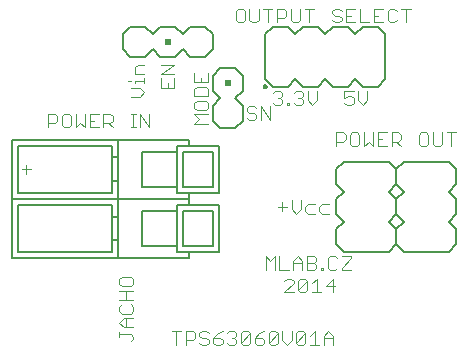
<source format=gbr>
G75*
G70*
%OFA0B0*%
%FSLAX24Y24*%
%IPPOS*%
%LPD*%
%AMOC8*
5,1,8,0,0,1.08239X$1,22.5*
%
%ADD10C,0.0040*%
%ADD11C,0.0060*%
%ADD12R,0.0200X0.0200*%
%ADD13C,0.0050*%
D10*
X004180Y001333D02*
X004180Y001487D01*
X004180Y001410D02*
X004563Y001410D01*
X004640Y001333D01*
X004640Y001257D01*
X004563Y001180D01*
X004640Y001640D02*
X004333Y001640D01*
X004180Y001794D01*
X004333Y001947D01*
X004640Y001947D01*
X004563Y002101D02*
X004256Y002101D01*
X004180Y002178D01*
X004180Y002331D01*
X004256Y002408D01*
X004180Y002561D02*
X004640Y002561D01*
X004563Y002408D02*
X004640Y002331D01*
X004640Y002178D01*
X004563Y002101D01*
X004410Y001947D02*
X004410Y001640D01*
X004410Y002561D02*
X004410Y002868D01*
X004256Y003022D02*
X004563Y003022D01*
X004640Y003098D01*
X004640Y003252D01*
X004563Y003328D01*
X004256Y003328D01*
X004180Y003252D01*
X004180Y003098D01*
X004256Y003022D01*
X004180Y002868D02*
X004640Y002868D01*
X005930Y001515D02*
X006237Y001515D01*
X006390Y001515D02*
X006621Y001515D01*
X006697Y001439D01*
X006697Y001285D01*
X006621Y001208D01*
X006390Y001208D01*
X006390Y001055D02*
X006390Y001515D01*
X006083Y001515D02*
X006083Y001055D01*
X006851Y001132D02*
X006928Y001055D01*
X007081Y001055D01*
X007158Y001132D01*
X007158Y001208D01*
X007081Y001285D01*
X006928Y001285D01*
X006851Y001362D01*
X006851Y001439D01*
X006928Y001515D01*
X007081Y001515D01*
X007158Y001439D01*
X007311Y001285D02*
X007541Y001285D01*
X007618Y001208D01*
X007618Y001132D01*
X007541Y001055D01*
X007388Y001055D01*
X007311Y001132D01*
X007311Y001285D01*
X007465Y001439D01*
X007618Y001515D01*
X007772Y001439D02*
X007848Y001515D01*
X008002Y001515D01*
X008078Y001439D01*
X008078Y001362D01*
X008002Y001285D01*
X008078Y001208D01*
X008078Y001132D01*
X008002Y001055D01*
X007848Y001055D01*
X007772Y001132D01*
X007925Y001285D02*
X008002Y001285D01*
X008232Y001132D02*
X008539Y001439D01*
X008539Y001132D01*
X008462Y001055D01*
X008309Y001055D01*
X008232Y001132D01*
X008232Y001439D01*
X008309Y001515D01*
X008462Y001515D01*
X008539Y001439D01*
X008692Y001285D02*
X008923Y001285D01*
X008999Y001208D01*
X008999Y001132D01*
X008923Y001055D01*
X008769Y001055D01*
X008692Y001132D01*
X008692Y001285D01*
X008846Y001439D01*
X008999Y001515D01*
X009153Y001439D02*
X009229Y001515D01*
X009383Y001515D01*
X009460Y001439D01*
X009153Y001132D01*
X009229Y001055D01*
X009383Y001055D01*
X009460Y001132D01*
X009460Y001439D01*
X009613Y001515D02*
X009613Y001208D01*
X009767Y001055D01*
X009920Y001208D01*
X009920Y001515D01*
X010074Y001439D02*
X010150Y001515D01*
X010304Y001515D01*
X010380Y001439D01*
X010074Y001132D01*
X010150Y001055D01*
X010304Y001055D01*
X010380Y001132D01*
X010380Y001439D01*
X010534Y001362D02*
X010687Y001515D01*
X010687Y001055D01*
X010534Y001055D02*
X010841Y001055D01*
X010994Y001055D02*
X010994Y001362D01*
X011148Y001515D01*
X011301Y001362D01*
X011301Y001055D01*
X011301Y001285D02*
X010994Y001285D01*
X010074Y001132D02*
X010074Y001439D01*
X009153Y001439D02*
X009153Y001132D01*
X009680Y002805D02*
X009987Y003112D01*
X009987Y003189D01*
X009910Y003265D01*
X009757Y003265D01*
X009680Y003189D01*
X009822Y003555D02*
X009515Y003555D01*
X009515Y004015D01*
X009362Y004015D02*
X009208Y003862D01*
X009055Y004015D01*
X009055Y003555D01*
X009362Y003555D02*
X009362Y004015D01*
X009976Y003862D02*
X009976Y003555D01*
X010283Y003555D02*
X010283Y003862D01*
X010129Y004015D01*
X009976Y003862D01*
X009976Y003785D02*
X010283Y003785D01*
X010436Y003785D02*
X010666Y003785D01*
X010743Y003708D01*
X010743Y003632D01*
X010666Y003555D01*
X010436Y003555D01*
X010436Y004015D01*
X010666Y004015D01*
X010743Y003939D01*
X010743Y003862D01*
X010666Y003785D01*
X010897Y003632D02*
X010973Y003632D01*
X010973Y003555D01*
X010897Y003555D01*
X010897Y003632D01*
X011127Y003632D02*
X011127Y003939D01*
X011203Y004015D01*
X011357Y004015D01*
X011434Y003939D01*
X011587Y004015D02*
X011894Y004015D01*
X011894Y003939D01*
X011587Y003632D01*
X011587Y003555D01*
X011894Y003555D01*
X011434Y003632D02*
X011357Y003555D01*
X011203Y003555D01*
X011127Y003632D01*
X011291Y003265D02*
X011061Y003035D01*
X011368Y003035D01*
X011291Y002805D02*
X011291Y003265D01*
X010754Y003265D02*
X010754Y002805D01*
X010601Y002805D02*
X010908Y002805D01*
X010601Y003112D02*
X010754Y003265D01*
X010447Y003189D02*
X010447Y002882D01*
X010371Y002805D01*
X010217Y002805D01*
X010140Y002882D01*
X010447Y003189D01*
X010371Y003265D01*
X010217Y003265D01*
X010140Y003189D01*
X010140Y002882D01*
X009987Y002805D02*
X009680Y002805D01*
X010077Y005430D02*
X010231Y005583D01*
X010231Y005890D01*
X010461Y005737D02*
X010384Y005660D01*
X010384Y005507D01*
X010461Y005430D01*
X010691Y005430D01*
X010845Y005507D02*
X010845Y005660D01*
X010921Y005737D01*
X011152Y005737D01*
X011152Y005430D02*
X010921Y005430D01*
X010845Y005507D01*
X010691Y005737D02*
X010461Y005737D01*
X010077Y005430D02*
X009924Y005583D01*
X009924Y005890D01*
X009617Y005814D02*
X009617Y005507D01*
X009770Y005660D02*
X009463Y005660D01*
X011411Y007680D02*
X011411Y008140D01*
X011642Y008140D01*
X011718Y008064D01*
X011718Y007910D01*
X011642Y007833D01*
X011411Y007833D01*
X011872Y007757D02*
X011949Y007680D01*
X012102Y007680D01*
X012179Y007757D01*
X012179Y008064D01*
X012102Y008140D01*
X011949Y008140D01*
X011872Y008064D01*
X011872Y007757D01*
X012332Y007680D02*
X012332Y008140D01*
X012639Y008140D02*
X012639Y007680D01*
X012486Y007833D01*
X012332Y007680D01*
X012793Y007680D02*
X013100Y007680D01*
X013253Y007680D02*
X013253Y008140D01*
X013483Y008140D01*
X013560Y008064D01*
X013560Y007910D01*
X013483Y007833D01*
X013253Y007833D01*
X013406Y007833D02*
X013560Y007680D01*
X014174Y007757D02*
X014251Y007680D01*
X014404Y007680D01*
X014481Y007757D01*
X014481Y008064D01*
X014404Y008140D01*
X014251Y008140D01*
X014174Y008064D01*
X014174Y007757D01*
X014634Y007757D02*
X014634Y008140D01*
X014941Y008140D02*
X014941Y007757D01*
X014864Y007680D01*
X014711Y007680D01*
X014634Y007757D01*
X015095Y008140D02*
X015402Y008140D01*
X015248Y008140D02*
X015248Y007680D01*
X013100Y008140D02*
X012793Y008140D01*
X012793Y007680D01*
X012793Y007910D02*
X012946Y007910D01*
X012294Y009055D02*
X012447Y009208D01*
X012447Y009515D01*
X012140Y009515D02*
X012140Y009208D01*
X012294Y009055D01*
X011987Y009132D02*
X011910Y009055D01*
X011757Y009055D01*
X011680Y009132D01*
X011680Y009285D02*
X011833Y009362D01*
X011910Y009362D01*
X011987Y009285D01*
X011987Y009132D01*
X011680Y009285D02*
X011680Y009515D01*
X011987Y009515D01*
X010763Y009515D02*
X010763Y009208D01*
X010609Y009055D01*
X010456Y009208D01*
X010456Y009515D01*
X010303Y009439D02*
X010303Y009362D01*
X010226Y009285D01*
X010303Y009208D01*
X010303Y009132D01*
X010226Y009055D01*
X010072Y009055D01*
X009996Y009132D01*
X009842Y009132D02*
X009842Y009055D01*
X009765Y009055D01*
X009765Y009132D01*
X009842Y009132D01*
X009612Y009132D02*
X009612Y009208D01*
X009535Y009285D01*
X009458Y009285D01*
X009535Y009285D02*
X009612Y009362D01*
X009612Y009439D01*
X009535Y009515D01*
X009382Y009515D01*
X009305Y009439D01*
X009305Y009132D02*
X009382Y009055D01*
X009535Y009055D01*
X009612Y009132D01*
X010149Y009285D02*
X010226Y009285D01*
X010303Y009439D02*
X010226Y009515D01*
X010072Y009515D01*
X009996Y009439D01*
X009197Y009015D02*
X009197Y008555D01*
X008890Y009015D01*
X008890Y008555D01*
X008737Y008632D02*
X008737Y008708D01*
X008660Y008785D01*
X008507Y008785D01*
X008430Y008862D01*
X008430Y008939D01*
X008507Y009015D01*
X008660Y009015D01*
X008737Y008939D01*
X008737Y008632D02*
X008660Y008555D01*
X008507Y008555D01*
X008430Y008632D01*
X007140Y008737D02*
X006680Y008737D01*
X006833Y008583D01*
X006680Y008430D01*
X007140Y008430D01*
X007063Y008890D02*
X006756Y008890D01*
X006680Y008967D01*
X006680Y009121D01*
X006756Y009197D01*
X007063Y009197D01*
X007140Y009121D01*
X007140Y008967D01*
X007063Y008890D01*
X007140Y009351D02*
X006680Y009351D01*
X006680Y009581D01*
X006756Y009658D01*
X007063Y009658D01*
X007140Y009581D01*
X007140Y009351D01*
X007140Y009811D02*
X006680Y009811D01*
X006680Y010118D01*
X006910Y009965D02*
X006910Y009811D01*
X007140Y009811D02*
X007140Y010118D01*
X006015Y010095D02*
X005555Y010095D01*
X006015Y010402D01*
X005555Y010402D01*
X005015Y010402D02*
X004785Y010402D01*
X004708Y010325D01*
X004708Y010095D01*
X005015Y010095D01*
X005015Y009941D02*
X005015Y009788D01*
X005015Y009864D02*
X004708Y009864D01*
X004708Y009788D01*
X004555Y009864D02*
X004478Y009864D01*
X004555Y009634D02*
X004862Y009634D01*
X005015Y009481D01*
X004862Y009327D01*
X004555Y009327D01*
X004567Y008765D02*
X004721Y008765D01*
X004644Y008765D02*
X004644Y008305D01*
X004567Y008305D02*
X004721Y008305D01*
X004874Y008305D02*
X004874Y008765D01*
X005181Y008305D01*
X005181Y008765D01*
X005555Y009634D02*
X006015Y009634D01*
X006015Y009941D01*
X005785Y009788D02*
X005785Y009634D01*
X005555Y009634D02*
X005555Y009941D01*
X003953Y008689D02*
X003953Y008535D01*
X003877Y008458D01*
X003647Y008458D01*
X003647Y008305D02*
X003647Y008765D01*
X003877Y008765D01*
X003953Y008689D01*
X003800Y008458D02*
X003953Y008305D01*
X003493Y008305D02*
X003186Y008305D01*
X003186Y008765D01*
X003493Y008765D01*
X003340Y008535D02*
X003186Y008535D01*
X003033Y008305D02*
X003033Y008765D01*
X002726Y008765D02*
X002726Y008305D01*
X002879Y008458D01*
X003033Y008305D01*
X002572Y008382D02*
X002572Y008689D01*
X002496Y008765D01*
X002342Y008765D01*
X002265Y008689D01*
X002265Y008382D01*
X002342Y008305D01*
X002496Y008305D01*
X002572Y008382D01*
X002112Y008535D02*
X002035Y008458D01*
X001805Y008458D01*
X001805Y008305D02*
X001805Y008765D01*
X002035Y008765D01*
X002112Y008689D01*
X002112Y008535D01*
X001083Y007064D02*
X001083Y006757D01*
X000930Y006910D02*
X001237Y006910D01*
X008055Y011882D02*
X008132Y011805D01*
X008285Y011805D01*
X008362Y011882D01*
X008362Y012189D01*
X008285Y012265D01*
X008132Y012265D01*
X008055Y012189D01*
X008055Y011882D01*
X008515Y011882D02*
X008515Y012265D01*
X008822Y012265D02*
X008822Y011882D01*
X008746Y011805D01*
X008592Y011805D01*
X008515Y011882D01*
X008976Y012265D02*
X009283Y012265D01*
X009436Y012265D02*
X009666Y012265D01*
X009743Y012189D01*
X009743Y012035D01*
X009666Y011958D01*
X009436Y011958D01*
X009436Y011805D02*
X009436Y012265D01*
X009129Y012265D02*
X009129Y011805D01*
X009897Y011882D02*
X009973Y011805D01*
X010127Y011805D01*
X010203Y011882D01*
X010203Y012265D01*
X010357Y012265D02*
X010664Y012265D01*
X010510Y012265D02*
X010510Y011805D01*
X009897Y011882D02*
X009897Y012265D01*
X011278Y012189D02*
X011278Y012112D01*
X011354Y012035D01*
X011508Y012035D01*
X011585Y011958D01*
X011585Y011882D01*
X011508Y011805D01*
X011354Y011805D01*
X011278Y011882D01*
X011278Y012189D02*
X011354Y012265D01*
X011508Y012265D01*
X011585Y012189D01*
X011738Y012265D02*
X011738Y011805D01*
X012045Y011805D01*
X012199Y011805D02*
X012505Y011805D01*
X012659Y011805D02*
X012966Y011805D01*
X013119Y011882D02*
X013196Y011805D01*
X013350Y011805D01*
X013426Y011882D01*
X013733Y011805D02*
X013733Y012265D01*
X013580Y012265D02*
X013887Y012265D01*
X013426Y012189D02*
X013350Y012265D01*
X013196Y012265D01*
X013119Y012189D01*
X013119Y011882D01*
X012812Y012035D02*
X012659Y012035D01*
X012659Y012265D02*
X012659Y011805D01*
X012659Y012265D02*
X012966Y012265D01*
X012199Y012265D02*
X012199Y011805D01*
X011892Y012035D02*
X011738Y012035D01*
X011738Y012265D02*
X012045Y012265D01*
D11*
X012285Y011660D02*
X012035Y011410D01*
X011785Y011660D01*
X011285Y011660D01*
X011035Y011410D01*
X010785Y011660D01*
X010285Y011660D01*
X010035Y011410D01*
X009785Y011660D01*
X009285Y011660D01*
X009035Y011410D01*
X009035Y009910D01*
X009285Y009660D01*
X009785Y009660D01*
X010035Y009910D01*
X010285Y009660D01*
X010785Y009660D01*
X011035Y009910D01*
X011285Y009660D01*
X011785Y009660D01*
X012035Y009910D01*
X012285Y009660D01*
X012785Y009660D01*
X013035Y009910D01*
X013035Y011410D01*
X012785Y011660D01*
X012285Y011660D01*
X008285Y010035D02*
X008285Y009535D01*
X008035Y009285D01*
X008285Y009035D01*
X008285Y008535D01*
X008035Y008285D01*
X007535Y008285D01*
X007285Y008535D01*
X007285Y009035D01*
X007535Y009285D01*
X007285Y009535D01*
X007285Y010035D01*
X007535Y010285D01*
X008035Y010285D01*
X008285Y010035D01*
X007285Y010910D02*
X007035Y010660D01*
X006535Y010660D01*
X006285Y010910D01*
X006035Y010660D01*
X005535Y010660D01*
X005285Y010910D01*
X005035Y010660D01*
X004535Y010660D01*
X004285Y010910D01*
X004285Y011410D01*
X004535Y011660D01*
X005035Y011660D01*
X005285Y011410D01*
X005535Y011660D01*
X006035Y011660D01*
X006285Y011410D01*
X006535Y011660D01*
X007035Y011660D01*
X007285Y011410D01*
X007285Y010910D01*
X011410Y006910D02*
X011660Y007160D01*
X013160Y007160D01*
X013410Y006910D01*
X013410Y006410D01*
X013160Y006160D01*
X013410Y005910D01*
X013410Y005410D01*
X013160Y005160D01*
X013410Y004910D01*
X013410Y004410D01*
X013160Y004160D01*
X011660Y004160D01*
X011410Y004410D01*
X011410Y004910D01*
X011660Y005160D01*
X011410Y005410D01*
X011410Y005910D01*
X011660Y006160D01*
X011410Y006410D01*
X011410Y006910D01*
X013410Y006910D02*
X013410Y006410D01*
X013660Y006160D01*
X013410Y005910D01*
X013410Y005410D01*
X013660Y005160D01*
X013410Y004910D01*
X013410Y004410D01*
X013660Y004160D01*
X015160Y004160D01*
X015410Y004410D01*
X015410Y004910D01*
X015160Y005160D01*
X015410Y005410D01*
X015410Y005910D01*
X015160Y006160D01*
X015410Y006410D01*
X015410Y006910D01*
X015160Y007160D01*
X013660Y007160D01*
X013410Y006910D01*
D12*
X007785Y009785D03*
X005785Y011160D03*
D13*
X008985Y009660D02*
X008987Y009673D01*
X008992Y009686D01*
X009001Y009697D01*
X009012Y009704D01*
X009025Y009709D01*
X009038Y009710D01*
X009052Y009707D01*
X009064Y009701D01*
X009074Y009692D01*
X009081Y009680D01*
X009085Y009667D01*
X009085Y009653D01*
X009081Y009640D01*
X009074Y009628D01*
X009064Y009619D01*
X009052Y009613D01*
X009038Y009610D01*
X009025Y009611D01*
X009012Y009616D01*
X009001Y009623D01*
X008992Y009634D01*
X008987Y009647D01*
X008985Y009660D01*
X007488Y007697D02*
X006504Y007697D01*
X006504Y007894D01*
X004141Y007894D01*
X000598Y007894D01*
X000598Y005926D01*
X004141Y005926D01*
X004141Y005335D01*
X003944Y005335D01*
X003944Y004548D01*
X004141Y004548D01*
X004141Y005335D01*
X003944Y005335D02*
X003944Y005729D01*
X000795Y005729D01*
X000795Y004154D01*
X003944Y004154D01*
X003944Y004548D01*
X004141Y004548D02*
X004141Y003957D01*
X000598Y003957D01*
X000598Y005926D01*
X004141Y005926D01*
X006504Y005926D01*
X006504Y005729D01*
X007488Y005729D01*
X007488Y004154D01*
X006504Y004154D01*
X006504Y003957D01*
X004141Y003957D01*
X004929Y004351D02*
X004929Y005532D01*
X006110Y005532D01*
X006110Y005729D01*
X006504Y005729D01*
X006504Y005926D02*
X006504Y006123D01*
X006110Y006123D01*
X006110Y006319D01*
X004929Y006319D01*
X004929Y007501D01*
X006110Y007501D01*
X006110Y007697D01*
X006504Y007697D01*
X006307Y007501D02*
X007291Y007501D01*
X007291Y006319D01*
X006307Y006319D01*
X006307Y007501D01*
X006110Y007501D02*
X006110Y006319D01*
X006504Y006123D02*
X007488Y006123D01*
X007488Y007697D01*
X006504Y005926D02*
X004141Y005926D01*
X004141Y006516D01*
X003944Y006516D01*
X003944Y006123D01*
X000795Y006123D01*
X000795Y007697D01*
X003944Y007697D01*
X003944Y007304D01*
X004141Y007304D01*
X004141Y007894D01*
X004141Y007304D02*
X004141Y006516D01*
X003944Y006516D02*
X003944Y007304D01*
X006110Y005532D02*
X006110Y004351D01*
X004929Y004351D01*
X006110Y004351D02*
X006110Y004154D01*
X006504Y004154D01*
X006307Y004351D02*
X006307Y005532D01*
X007291Y005532D01*
X007291Y004351D01*
X006307Y004351D01*
M02*

</source>
